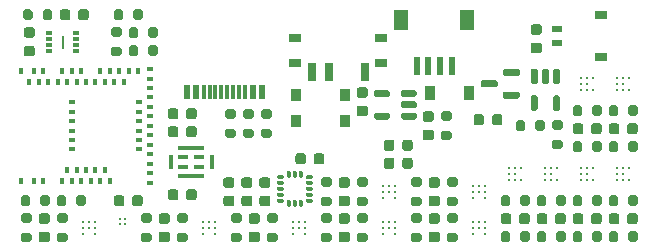
<source format=gtp>
%TF.GenerationSoftware,KiCad,Pcbnew,(5.1.10-1-10_14)*%
%TF.CreationDate,2021-09-19T22:53:24-07:00*%
%TF.ProjectId,umbelt-board,756d6265-6c74-42d6-926f-6172642e6b69,1.0*%
%TF.SameCoordinates,Original*%
%TF.FileFunction,Paste,Top*%
%TF.FilePolarity,Positive*%
%FSLAX46Y46*%
G04 Gerber Fmt 4.6, Leading zero omitted, Abs format (unit mm)*
G04 Created by KiCad (PCBNEW (5.1.10-1-10_14)) date 2021-09-19 22:53:24*
%MOMM*%
%LPD*%
G01*
G04 APERTURE LIST*
%ADD10C,0.010000*%
%ADD11C,0.250000*%
%ADD12R,0.900000X1.200000*%
%ADD13R,0.600000X1.150000*%
%ADD14R,0.300000X1.150000*%
%ADD15R,0.600000X1.550000*%
%ADD16R,1.200000X1.800000*%
%ADD17R,1.100000X0.700000*%
%ADD18R,0.850000X0.600000*%
%ADD19R,0.900000X1.000000*%
%ADD20R,1.000000X0.800000*%
%ADD21R,0.700000X1.500000*%
%ADD22R,0.400000X0.600000*%
%ADD23R,0.600000X0.400000*%
%ADD24R,2.300000X0.325000*%
%ADD25R,0.325000X1.300000*%
%ADD26R,0.950000X0.450000*%
%ADD27R,0.560000X0.350000*%
G04 APERTURE END LIST*
D10*
%TO.C,U4*%
G36*
X134557000Y-109223000D02*
G01*
X134683000Y-109223000D01*
X134683000Y-110233000D01*
X134557000Y-110233000D01*
X134557000Y-109223000D01*
G37*
X134557000Y-109223000D02*
X134683000Y-109223000D01*
X134683000Y-110233000D01*
X134557000Y-110233000D01*
X134557000Y-109223000D01*
%TD*%
D11*
%TO.C,U15*%
X175522000Y-121404000D03*
X176022000Y-121404000D03*
X176522000Y-121404000D03*
X175522000Y-120904000D03*
X176022000Y-120904000D03*
X175522000Y-120404000D03*
X176022000Y-120404000D03*
X176522000Y-120404000D03*
%TD*%
%TO.C,C1*%
G36*
G01*
X149991000Y-122753000D02*
X150491000Y-122753000D01*
G75*
G02*
X150716000Y-122978000I0J-225000D01*
G01*
X150716000Y-123428000D01*
G75*
G02*
X150491000Y-123653000I-225000J0D01*
G01*
X149991000Y-123653000D01*
G75*
G02*
X149766000Y-123428000I0J225000D01*
G01*
X149766000Y-122978000D01*
G75*
G02*
X149991000Y-122753000I225000J0D01*
G01*
G37*
G36*
G01*
X149991000Y-121203000D02*
X150491000Y-121203000D01*
G75*
G02*
X150716000Y-121428000I0J-225000D01*
G01*
X150716000Y-121878000D01*
G75*
G02*
X150491000Y-122103000I-225000J0D01*
G01*
X149991000Y-122103000D01*
G75*
G02*
X149766000Y-121878000I0J225000D01*
G01*
X149766000Y-121428000D01*
G75*
G02*
X149991000Y-121203000I225000J0D01*
G01*
G37*
%TD*%
%TO.C,C2*%
G36*
G01*
X152015000Y-122103000D02*
X151515000Y-122103000D01*
G75*
G02*
X151290000Y-121878000I0J225000D01*
G01*
X151290000Y-121428000D01*
G75*
G02*
X151515000Y-121203000I225000J0D01*
G01*
X152015000Y-121203000D01*
G75*
G02*
X152240000Y-121428000I0J-225000D01*
G01*
X152240000Y-121878000D01*
G75*
G02*
X152015000Y-122103000I-225000J0D01*
G01*
G37*
G36*
G01*
X152015000Y-123653000D02*
X151515000Y-123653000D01*
G75*
G02*
X151290000Y-123428000I0J225000D01*
G01*
X151290000Y-122978000D01*
G75*
G02*
X151515000Y-122753000I225000J0D01*
G01*
X152015000Y-122753000D01*
G75*
G02*
X152240000Y-122978000I0J-225000D01*
G01*
X152240000Y-123428000D01*
G75*
G02*
X152015000Y-123653000I-225000J0D01*
G01*
G37*
%TD*%
%TO.C,C3*%
G36*
G01*
X148467000Y-122753000D02*
X148967000Y-122753000D01*
G75*
G02*
X149192000Y-122978000I0J-225000D01*
G01*
X149192000Y-123428000D01*
G75*
G02*
X148967000Y-123653000I-225000J0D01*
G01*
X148467000Y-123653000D01*
G75*
G02*
X148242000Y-123428000I0J225000D01*
G01*
X148242000Y-122978000D01*
G75*
G02*
X148467000Y-122753000I225000J0D01*
G01*
G37*
G36*
G01*
X148467000Y-121203000D02*
X148967000Y-121203000D01*
G75*
G02*
X149192000Y-121428000I0J-225000D01*
G01*
X149192000Y-121878000D01*
G75*
G02*
X148967000Y-122103000I-225000J0D01*
G01*
X148467000Y-122103000D01*
G75*
G02*
X148242000Y-121878000I0J225000D01*
G01*
X148242000Y-121428000D01*
G75*
G02*
X148467000Y-121203000I225000J0D01*
G01*
G37*
%TD*%
%TO.C,C4*%
G36*
G01*
X155900000Y-119884000D02*
X155900000Y-119384000D01*
G75*
G02*
X156125000Y-119159000I225000J0D01*
G01*
X156575000Y-119159000D01*
G75*
G02*
X156800000Y-119384000I0J-225000D01*
G01*
X156800000Y-119884000D01*
G75*
G02*
X156575000Y-120109000I-225000J0D01*
G01*
X156125000Y-120109000D01*
G75*
G02*
X155900000Y-119884000I0J225000D01*
G01*
G37*
G36*
G01*
X154350000Y-119884000D02*
X154350000Y-119384000D01*
G75*
G02*
X154575000Y-119159000I225000J0D01*
G01*
X155025000Y-119159000D01*
G75*
G02*
X155250000Y-119384000I0J-225000D01*
G01*
X155250000Y-119884000D01*
G75*
G02*
X155025000Y-120109000I-225000J0D01*
G01*
X154575000Y-120109000D01*
G75*
G02*
X154350000Y-119884000I0J225000D01*
G01*
G37*
%TD*%
%TO.C,C5*%
G36*
G01*
X145105000Y-117598000D02*
X145105000Y-117098000D01*
G75*
G02*
X145330000Y-116873000I225000J0D01*
G01*
X145780000Y-116873000D01*
G75*
G02*
X146005000Y-117098000I0J-225000D01*
G01*
X146005000Y-117598000D01*
G75*
G02*
X145780000Y-117823000I-225000J0D01*
G01*
X145330000Y-117823000D01*
G75*
G02*
X145105000Y-117598000I0J225000D01*
G01*
G37*
G36*
G01*
X143555000Y-117598000D02*
X143555000Y-117098000D01*
G75*
G02*
X143780000Y-116873000I225000J0D01*
G01*
X144230000Y-116873000D01*
G75*
G02*
X144455000Y-117098000I0J-225000D01*
G01*
X144455000Y-117598000D01*
G75*
G02*
X144230000Y-117823000I-225000J0D01*
G01*
X143780000Y-117823000D01*
G75*
G02*
X143555000Y-117598000I0J225000D01*
G01*
G37*
%TD*%
%TO.C,C6*%
G36*
G01*
X145105000Y-116074000D02*
X145105000Y-115574000D01*
G75*
G02*
X145330000Y-115349000I225000J0D01*
G01*
X145780000Y-115349000D01*
G75*
G02*
X146005000Y-115574000I0J-225000D01*
G01*
X146005000Y-116074000D01*
G75*
G02*
X145780000Y-116299000I-225000J0D01*
G01*
X145330000Y-116299000D01*
G75*
G02*
X145105000Y-116074000I0J225000D01*
G01*
G37*
G36*
G01*
X143555000Y-116074000D02*
X143555000Y-115574000D01*
G75*
G02*
X143780000Y-115349000I225000J0D01*
G01*
X144230000Y-115349000D01*
G75*
G02*
X144455000Y-115574000I0J-225000D01*
G01*
X144455000Y-116074000D01*
G75*
G02*
X144230000Y-116299000I-225000J0D01*
G01*
X143780000Y-116299000D01*
G75*
G02*
X143555000Y-116074000I0J225000D01*
G01*
G37*
%TD*%
%TO.C,C7*%
G36*
G01*
X145105000Y-122932000D02*
X145105000Y-122432000D01*
G75*
G02*
X145330000Y-122207000I225000J0D01*
G01*
X145780000Y-122207000D01*
G75*
G02*
X146005000Y-122432000I0J-225000D01*
G01*
X146005000Y-122932000D01*
G75*
G02*
X145780000Y-123157000I-225000J0D01*
G01*
X145330000Y-123157000D01*
G75*
G02*
X145105000Y-122932000I0J225000D01*
G01*
G37*
G36*
G01*
X143555000Y-122932000D02*
X143555000Y-122432000D01*
G75*
G02*
X143780000Y-122207000I225000J0D01*
G01*
X144230000Y-122207000D01*
G75*
G02*
X144455000Y-122432000I0J-225000D01*
G01*
X144455000Y-122932000D01*
G75*
G02*
X144230000Y-123157000I-225000J0D01*
G01*
X143780000Y-123157000D01*
G75*
G02*
X143555000Y-122932000I0J225000D01*
G01*
G37*
%TD*%
%TO.C,C8*%
G36*
G01*
X135311000Y-107192000D02*
X135311000Y-107692000D01*
G75*
G02*
X135086000Y-107917000I-225000J0D01*
G01*
X134636000Y-107917000D01*
G75*
G02*
X134411000Y-107692000I0J225000D01*
G01*
X134411000Y-107192000D01*
G75*
G02*
X134636000Y-106967000I225000J0D01*
G01*
X135086000Y-106967000D01*
G75*
G02*
X135311000Y-107192000I0J-225000D01*
G01*
G37*
G36*
G01*
X136861000Y-107192000D02*
X136861000Y-107692000D01*
G75*
G02*
X136636000Y-107917000I-225000J0D01*
G01*
X136186000Y-107917000D01*
G75*
G02*
X135961000Y-107692000I0J225000D01*
G01*
X135961000Y-107192000D01*
G75*
G02*
X136186000Y-106967000I225000J0D01*
G01*
X136636000Y-106967000D01*
G75*
G02*
X136861000Y-107192000I0J-225000D01*
G01*
G37*
%TD*%
%TO.C,C9*%
G36*
G01*
X140533000Y-123440000D02*
X140533000Y-122940000D01*
G75*
G02*
X140758000Y-122715000I225000J0D01*
G01*
X141208000Y-122715000D01*
G75*
G02*
X141433000Y-122940000I0J-225000D01*
G01*
X141433000Y-123440000D01*
G75*
G02*
X141208000Y-123665000I-225000J0D01*
G01*
X140758000Y-123665000D01*
G75*
G02*
X140533000Y-123440000I0J225000D01*
G01*
G37*
G36*
G01*
X138983000Y-123440000D02*
X138983000Y-122940000D01*
G75*
G02*
X139208000Y-122715000I225000J0D01*
G01*
X139658000Y-122715000D01*
G75*
G02*
X139883000Y-122940000I0J-225000D01*
G01*
X139883000Y-123440000D01*
G75*
G02*
X139658000Y-123665000I-225000J0D01*
G01*
X139208000Y-123665000D01*
G75*
G02*
X138983000Y-123440000I0J225000D01*
G01*
G37*
%TD*%
%TO.C,C10*%
G36*
G01*
X174502000Y-109799000D02*
X175002000Y-109799000D01*
G75*
G02*
X175227000Y-110024000I0J-225000D01*
G01*
X175227000Y-110474000D01*
G75*
G02*
X175002000Y-110699000I-225000J0D01*
G01*
X174502000Y-110699000D01*
G75*
G02*
X174277000Y-110474000I0J225000D01*
G01*
X174277000Y-110024000D01*
G75*
G02*
X174502000Y-109799000I225000J0D01*
G01*
G37*
G36*
G01*
X174502000Y-108249000D02*
X175002000Y-108249000D01*
G75*
G02*
X175227000Y-108474000I0J-225000D01*
G01*
X175227000Y-108924000D01*
G75*
G02*
X175002000Y-109149000I-225000J0D01*
G01*
X174502000Y-109149000D01*
G75*
G02*
X174277000Y-108924000I0J225000D01*
G01*
X174277000Y-108474000D01*
G75*
G02*
X174502000Y-108249000I225000J0D01*
G01*
G37*
%TD*%
%TO.C,C11*%
G36*
G01*
X160270000Y-114483000D02*
X159770000Y-114483000D01*
G75*
G02*
X159545000Y-114258000I0J225000D01*
G01*
X159545000Y-113808000D01*
G75*
G02*
X159770000Y-113583000I225000J0D01*
G01*
X160270000Y-113583000D01*
G75*
G02*
X160495000Y-113808000I0J-225000D01*
G01*
X160495000Y-114258000D01*
G75*
G02*
X160270000Y-114483000I-225000J0D01*
G01*
G37*
G36*
G01*
X160270000Y-116033000D02*
X159770000Y-116033000D01*
G75*
G02*
X159545000Y-115808000I0J225000D01*
G01*
X159545000Y-115358000D01*
G75*
G02*
X159770000Y-115133000I225000J0D01*
G01*
X160270000Y-115133000D01*
G75*
G02*
X160495000Y-115358000I0J-225000D01*
G01*
X160495000Y-115808000D01*
G75*
G02*
X160270000Y-116033000I-225000J0D01*
G01*
G37*
%TD*%
%TO.C,C12*%
G36*
G01*
X165358000Y-117165000D02*
X165858000Y-117165000D01*
G75*
G02*
X166083000Y-117390000I0J-225000D01*
G01*
X166083000Y-117840000D01*
G75*
G02*
X165858000Y-118065000I-225000J0D01*
G01*
X165358000Y-118065000D01*
G75*
G02*
X165133000Y-117840000I0J225000D01*
G01*
X165133000Y-117390000D01*
G75*
G02*
X165358000Y-117165000I225000J0D01*
G01*
G37*
G36*
G01*
X165358000Y-115615000D02*
X165858000Y-115615000D01*
G75*
G02*
X166083000Y-115840000I0J-225000D01*
G01*
X166083000Y-116290000D01*
G75*
G02*
X165858000Y-116515000I-225000J0D01*
G01*
X165358000Y-116515000D01*
G75*
G02*
X165133000Y-116290000I0J225000D01*
G01*
X165133000Y-115840000D01*
G75*
G02*
X165358000Y-115615000I225000J0D01*
G01*
G37*
%TD*%
%TO.C,C13*%
G36*
G01*
X162743000Y-118241000D02*
X162743000Y-118741000D01*
G75*
G02*
X162518000Y-118966000I-225000J0D01*
G01*
X162068000Y-118966000D01*
G75*
G02*
X161843000Y-118741000I0J225000D01*
G01*
X161843000Y-118241000D01*
G75*
G02*
X162068000Y-118016000I225000J0D01*
G01*
X162518000Y-118016000D01*
G75*
G02*
X162743000Y-118241000I0J-225000D01*
G01*
G37*
G36*
G01*
X164293000Y-118241000D02*
X164293000Y-118741000D01*
G75*
G02*
X164068000Y-118966000I-225000J0D01*
G01*
X163618000Y-118966000D01*
G75*
G02*
X163393000Y-118741000I0J225000D01*
G01*
X163393000Y-118241000D01*
G75*
G02*
X163618000Y-118016000I225000J0D01*
G01*
X164068000Y-118016000D01*
G75*
G02*
X164293000Y-118241000I0J-225000D01*
G01*
G37*
%TD*%
%TO.C,C14*%
G36*
G01*
X162743000Y-119765000D02*
X162743000Y-120265000D01*
G75*
G02*
X162518000Y-120490000I-225000J0D01*
G01*
X162068000Y-120490000D01*
G75*
G02*
X161843000Y-120265000I0J225000D01*
G01*
X161843000Y-119765000D01*
G75*
G02*
X162068000Y-119540000I225000J0D01*
G01*
X162518000Y-119540000D01*
G75*
G02*
X162743000Y-119765000I0J-225000D01*
G01*
G37*
G36*
G01*
X164293000Y-119765000D02*
X164293000Y-120265000D01*
G75*
G02*
X164068000Y-120490000I-225000J0D01*
G01*
X163618000Y-120490000D01*
G75*
G02*
X163393000Y-120265000I0J225000D01*
G01*
X163393000Y-119765000D01*
G75*
G02*
X163618000Y-119540000I225000J0D01*
G01*
X164068000Y-119540000D01*
G75*
G02*
X164293000Y-119765000I0J-225000D01*
G01*
G37*
%TD*%
%TO.C,C15*%
G36*
G01*
X143506000Y-125151000D02*
X143006000Y-125151000D01*
G75*
G02*
X142781000Y-124926000I0J225000D01*
G01*
X142781000Y-124476000D01*
G75*
G02*
X143006000Y-124251000I225000J0D01*
G01*
X143506000Y-124251000D01*
G75*
G02*
X143731000Y-124476000I0J-225000D01*
G01*
X143731000Y-124926000D01*
G75*
G02*
X143506000Y-125151000I-225000J0D01*
G01*
G37*
G36*
G01*
X143506000Y-126701000D02*
X143006000Y-126701000D01*
G75*
G02*
X142781000Y-126476000I0J225000D01*
G01*
X142781000Y-126026000D01*
G75*
G02*
X143006000Y-125801000I225000J0D01*
G01*
X143506000Y-125801000D01*
G75*
G02*
X143731000Y-126026000I0J-225000D01*
G01*
X143731000Y-126476000D01*
G75*
G02*
X143506000Y-126701000I-225000J0D01*
G01*
G37*
%TD*%
%TO.C,C16*%
G36*
G01*
X151126000Y-125151000D02*
X150626000Y-125151000D01*
G75*
G02*
X150401000Y-124926000I0J225000D01*
G01*
X150401000Y-124476000D01*
G75*
G02*
X150626000Y-124251000I225000J0D01*
G01*
X151126000Y-124251000D01*
G75*
G02*
X151351000Y-124476000I0J-225000D01*
G01*
X151351000Y-124926000D01*
G75*
G02*
X151126000Y-125151000I-225000J0D01*
G01*
G37*
G36*
G01*
X151126000Y-126701000D02*
X150626000Y-126701000D01*
G75*
G02*
X150401000Y-126476000I0J225000D01*
G01*
X150401000Y-126026000D01*
G75*
G02*
X150626000Y-125801000I225000J0D01*
G01*
X151126000Y-125801000D01*
G75*
G02*
X151351000Y-126026000I0J-225000D01*
G01*
X151351000Y-126476000D01*
G75*
G02*
X151126000Y-126701000I-225000J0D01*
G01*
G37*
%TD*%
%TO.C,C17*%
G36*
G01*
X158746000Y-125151000D02*
X158246000Y-125151000D01*
G75*
G02*
X158021000Y-124926000I0J225000D01*
G01*
X158021000Y-124476000D01*
G75*
G02*
X158246000Y-124251000I225000J0D01*
G01*
X158746000Y-124251000D01*
G75*
G02*
X158971000Y-124476000I0J-225000D01*
G01*
X158971000Y-124926000D01*
G75*
G02*
X158746000Y-125151000I-225000J0D01*
G01*
G37*
G36*
G01*
X158746000Y-126701000D02*
X158246000Y-126701000D01*
G75*
G02*
X158021000Y-126476000I0J225000D01*
G01*
X158021000Y-126026000D01*
G75*
G02*
X158246000Y-125801000I225000J0D01*
G01*
X158746000Y-125801000D01*
G75*
G02*
X158971000Y-126026000I0J-225000D01*
G01*
X158971000Y-126476000D01*
G75*
G02*
X158746000Y-126701000I-225000J0D01*
G01*
G37*
%TD*%
%TO.C,C18*%
G36*
G01*
X158746000Y-122103000D02*
X158246000Y-122103000D01*
G75*
G02*
X158021000Y-121878000I0J225000D01*
G01*
X158021000Y-121428000D01*
G75*
G02*
X158246000Y-121203000I225000J0D01*
G01*
X158746000Y-121203000D01*
G75*
G02*
X158971000Y-121428000I0J-225000D01*
G01*
X158971000Y-121878000D01*
G75*
G02*
X158746000Y-122103000I-225000J0D01*
G01*
G37*
G36*
G01*
X158746000Y-123653000D02*
X158246000Y-123653000D01*
G75*
G02*
X158021000Y-123428000I0J225000D01*
G01*
X158021000Y-122978000D01*
G75*
G02*
X158246000Y-122753000I225000J0D01*
G01*
X158746000Y-122753000D01*
G75*
G02*
X158971000Y-122978000I0J-225000D01*
G01*
X158971000Y-123428000D01*
G75*
G02*
X158746000Y-123653000I-225000J0D01*
G01*
G37*
%TD*%
%TO.C,C19*%
G36*
G01*
X166366000Y-125151000D02*
X165866000Y-125151000D01*
G75*
G02*
X165641000Y-124926000I0J225000D01*
G01*
X165641000Y-124476000D01*
G75*
G02*
X165866000Y-124251000I225000J0D01*
G01*
X166366000Y-124251000D01*
G75*
G02*
X166591000Y-124476000I0J-225000D01*
G01*
X166591000Y-124926000D01*
G75*
G02*
X166366000Y-125151000I-225000J0D01*
G01*
G37*
G36*
G01*
X166366000Y-126701000D02*
X165866000Y-126701000D01*
G75*
G02*
X165641000Y-126476000I0J225000D01*
G01*
X165641000Y-126026000D01*
G75*
G02*
X165866000Y-125801000I225000J0D01*
G01*
X166366000Y-125801000D01*
G75*
G02*
X166591000Y-126026000I0J-225000D01*
G01*
X166591000Y-126476000D01*
G75*
G02*
X166366000Y-126701000I-225000J0D01*
G01*
G37*
%TD*%
%TO.C,C20*%
G36*
G01*
X166366000Y-122103000D02*
X165866000Y-122103000D01*
G75*
G02*
X165641000Y-121878000I0J225000D01*
G01*
X165641000Y-121428000D01*
G75*
G02*
X165866000Y-121203000I225000J0D01*
G01*
X166366000Y-121203000D01*
G75*
G02*
X166591000Y-121428000I0J-225000D01*
G01*
X166591000Y-121878000D01*
G75*
G02*
X166366000Y-122103000I-225000J0D01*
G01*
G37*
G36*
G01*
X166366000Y-123653000D02*
X165866000Y-123653000D01*
G75*
G02*
X165641000Y-123428000I0J225000D01*
G01*
X165641000Y-122978000D01*
G75*
G02*
X165866000Y-122753000I225000J0D01*
G01*
X166366000Y-122753000D01*
G75*
G02*
X166591000Y-122978000I0J-225000D01*
G01*
X166591000Y-123428000D01*
G75*
G02*
X166366000Y-123653000I-225000J0D01*
G01*
G37*
%TD*%
%TO.C,C21*%
G36*
G01*
X172649000Y-124464000D02*
X172649000Y-124964000D01*
G75*
G02*
X172424000Y-125189000I-225000J0D01*
G01*
X171974000Y-125189000D01*
G75*
G02*
X171749000Y-124964000I0J225000D01*
G01*
X171749000Y-124464000D01*
G75*
G02*
X171974000Y-124239000I225000J0D01*
G01*
X172424000Y-124239000D01*
G75*
G02*
X172649000Y-124464000I0J-225000D01*
G01*
G37*
G36*
G01*
X174199000Y-124464000D02*
X174199000Y-124964000D01*
G75*
G02*
X173974000Y-125189000I-225000J0D01*
G01*
X173524000Y-125189000D01*
G75*
G02*
X173299000Y-124964000I0J225000D01*
G01*
X173299000Y-124464000D01*
G75*
G02*
X173524000Y-124239000I225000J0D01*
G01*
X173974000Y-124239000D01*
G75*
G02*
X174199000Y-124464000I0J-225000D01*
G01*
G37*
%TD*%
%TO.C,C22*%
G36*
G01*
X175697000Y-124464000D02*
X175697000Y-124964000D01*
G75*
G02*
X175472000Y-125189000I-225000J0D01*
G01*
X175022000Y-125189000D01*
G75*
G02*
X174797000Y-124964000I0J225000D01*
G01*
X174797000Y-124464000D01*
G75*
G02*
X175022000Y-124239000I225000J0D01*
G01*
X175472000Y-124239000D01*
G75*
G02*
X175697000Y-124464000I0J-225000D01*
G01*
G37*
G36*
G01*
X177247000Y-124464000D02*
X177247000Y-124964000D01*
G75*
G02*
X177022000Y-125189000I-225000J0D01*
G01*
X176572000Y-125189000D01*
G75*
G02*
X176347000Y-124964000I0J225000D01*
G01*
X176347000Y-124464000D01*
G75*
G02*
X176572000Y-124239000I225000J0D01*
G01*
X177022000Y-124239000D01*
G75*
G02*
X177247000Y-124464000I0J-225000D01*
G01*
G37*
%TD*%
%TO.C,C23*%
G36*
G01*
X178745000Y-124464000D02*
X178745000Y-124964000D01*
G75*
G02*
X178520000Y-125189000I-225000J0D01*
G01*
X178070000Y-125189000D01*
G75*
G02*
X177845000Y-124964000I0J225000D01*
G01*
X177845000Y-124464000D01*
G75*
G02*
X178070000Y-124239000I225000J0D01*
G01*
X178520000Y-124239000D01*
G75*
G02*
X178745000Y-124464000I0J-225000D01*
G01*
G37*
G36*
G01*
X180295000Y-124464000D02*
X180295000Y-124964000D01*
G75*
G02*
X180070000Y-125189000I-225000J0D01*
G01*
X179620000Y-125189000D01*
G75*
G02*
X179395000Y-124964000I0J225000D01*
G01*
X179395000Y-124464000D01*
G75*
G02*
X179620000Y-124239000I225000J0D01*
G01*
X180070000Y-124239000D01*
G75*
G02*
X180295000Y-124464000I0J-225000D01*
G01*
G37*
%TD*%
%TO.C,C24*%
G36*
G01*
X181793000Y-124464000D02*
X181793000Y-124964000D01*
G75*
G02*
X181568000Y-125189000I-225000J0D01*
G01*
X181118000Y-125189000D01*
G75*
G02*
X180893000Y-124964000I0J225000D01*
G01*
X180893000Y-124464000D01*
G75*
G02*
X181118000Y-124239000I225000J0D01*
G01*
X181568000Y-124239000D01*
G75*
G02*
X181793000Y-124464000I0J-225000D01*
G01*
G37*
G36*
G01*
X183343000Y-124464000D02*
X183343000Y-124964000D01*
G75*
G02*
X183118000Y-125189000I-225000J0D01*
G01*
X182668000Y-125189000D01*
G75*
G02*
X182443000Y-124964000I0J225000D01*
G01*
X182443000Y-124464000D01*
G75*
G02*
X182668000Y-124239000I225000J0D01*
G01*
X183118000Y-124239000D01*
G75*
G02*
X183343000Y-124464000I0J-225000D01*
G01*
G37*
%TD*%
%TO.C,C25*%
G36*
G01*
X178745000Y-116844000D02*
X178745000Y-117344000D01*
G75*
G02*
X178520000Y-117569000I-225000J0D01*
G01*
X178070000Y-117569000D01*
G75*
G02*
X177845000Y-117344000I0J225000D01*
G01*
X177845000Y-116844000D01*
G75*
G02*
X178070000Y-116619000I225000J0D01*
G01*
X178520000Y-116619000D01*
G75*
G02*
X178745000Y-116844000I0J-225000D01*
G01*
G37*
G36*
G01*
X180295000Y-116844000D02*
X180295000Y-117344000D01*
G75*
G02*
X180070000Y-117569000I-225000J0D01*
G01*
X179620000Y-117569000D01*
G75*
G02*
X179395000Y-117344000I0J225000D01*
G01*
X179395000Y-116844000D01*
G75*
G02*
X179620000Y-116619000I225000J0D01*
G01*
X180070000Y-116619000D01*
G75*
G02*
X180295000Y-116844000I0J-225000D01*
G01*
G37*
%TD*%
%TO.C,C26*%
G36*
G01*
X181793000Y-116844000D02*
X181793000Y-117344000D01*
G75*
G02*
X181568000Y-117569000I-225000J0D01*
G01*
X181118000Y-117569000D01*
G75*
G02*
X180893000Y-117344000I0J225000D01*
G01*
X180893000Y-116844000D01*
G75*
G02*
X181118000Y-116619000I225000J0D01*
G01*
X181568000Y-116619000D01*
G75*
G02*
X181793000Y-116844000I0J-225000D01*
G01*
G37*
G36*
G01*
X183343000Y-116844000D02*
X183343000Y-117344000D01*
G75*
G02*
X183118000Y-117569000I-225000J0D01*
G01*
X182668000Y-117569000D01*
G75*
G02*
X182443000Y-117344000I0J225000D01*
G01*
X182443000Y-116844000D01*
G75*
G02*
X182668000Y-116619000I225000J0D01*
G01*
X183118000Y-116619000D01*
G75*
G02*
X183343000Y-116844000I0J-225000D01*
G01*
G37*
%TD*%
%TO.C,C27*%
G36*
G01*
X133346000Y-125151000D02*
X132846000Y-125151000D01*
G75*
G02*
X132621000Y-124926000I0J225000D01*
G01*
X132621000Y-124476000D01*
G75*
G02*
X132846000Y-124251000I225000J0D01*
G01*
X133346000Y-124251000D01*
G75*
G02*
X133571000Y-124476000I0J-225000D01*
G01*
X133571000Y-124926000D01*
G75*
G02*
X133346000Y-125151000I-225000J0D01*
G01*
G37*
G36*
G01*
X133346000Y-126701000D02*
X132846000Y-126701000D01*
G75*
G02*
X132621000Y-126476000I0J225000D01*
G01*
X132621000Y-126026000D01*
G75*
G02*
X132846000Y-125801000I225000J0D01*
G01*
X133346000Y-125801000D01*
G75*
G02*
X133571000Y-126026000I0J-225000D01*
G01*
X133571000Y-126476000D01*
G75*
G02*
X133346000Y-126701000I-225000J0D01*
G01*
G37*
%TD*%
%TO.C,D1*%
G36*
G01*
X131569750Y-110078000D02*
X132082250Y-110078000D01*
G75*
G02*
X132301000Y-110296750I0J-218750D01*
G01*
X132301000Y-110734250D01*
G75*
G02*
X132082250Y-110953000I-218750J0D01*
G01*
X131569750Y-110953000D01*
G75*
G02*
X131351000Y-110734250I0J218750D01*
G01*
X131351000Y-110296750D01*
G75*
G02*
X131569750Y-110078000I218750J0D01*
G01*
G37*
G36*
G01*
X131569750Y-108503000D02*
X132082250Y-108503000D01*
G75*
G02*
X132301000Y-108721750I0J-218750D01*
G01*
X132301000Y-109159250D01*
G75*
G02*
X132082250Y-109378000I-218750J0D01*
G01*
X131569750Y-109378000D01*
G75*
G02*
X131351000Y-109159250I0J218750D01*
G01*
X131351000Y-108721750D01*
G75*
G02*
X131569750Y-108503000I218750J0D01*
G01*
G37*
%TD*%
D12*
%TO.C,D2*%
X165736000Y-114046000D03*
X169036000Y-114046000D03*
%TD*%
%TO.C,D3*%
G36*
G01*
X170312500Y-116075750D02*
X170312500Y-116588250D01*
G75*
G02*
X170093750Y-116807000I-218750J0D01*
G01*
X169656250Y-116807000D01*
G75*
G02*
X169437500Y-116588250I0J218750D01*
G01*
X169437500Y-116075750D01*
G75*
G02*
X169656250Y-115857000I218750J0D01*
G01*
X170093750Y-115857000D01*
G75*
G02*
X170312500Y-116075750I0J-218750D01*
G01*
G37*
G36*
G01*
X171887500Y-116075750D02*
X171887500Y-116588250D01*
G75*
G02*
X171668750Y-116807000I-218750J0D01*
G01*
X171231250Y-116807000D01*
G75*
G02*
X171012500Y-116588250I0J218750D01*
G01*
X171012500Y-116075750D01*
G75*
G02*
X171231250Y-115857000I218750J0D01*
G01*
X171668750Y-115857000D01*
G75*
G02*
X171887500Y-116075750I0J-218750D01*
G01*
G37*
%TD*%
D13*
%TO.C,J1*%
X145136000Y-113975000D03*
X145936000Y-113975000D03*
X150736000Y-113975000D03*
X151536000Y-113975000D03*
D14*
X150086000Y-113975000D03*
X149586000Y-113975000D03*
X149086000Y-113975000D03*
X146586000Y-113975000D03*
X147086000Y-113975000D03*
X147586000Y-113975000D03*
X148586000Y-113975000D03*
X148086000Y-113975000D03*
D13*
X145936000Y-113975000D03*
X150736000Y-113975000D03*
X145136000Y-113975000D03*
X151536000Y-113975000D03*
%TD*%
D15*
%TO.C,J3*%
X164616000Y-111760000D03*
X165616000Y-111760000D03*
X166616000Y-111760000D03*
X167616000Y-111760000D03*
D16*
X168916000Y-107885000D03*
X163316000Y-107885000D03*
%TD*%
D17*
%TO.C,J5*%
X180233000Y-107470000D03*
X180233000Y-110970000D03*
D18*
X176508000Y-108620000D03*
X176508000Y-109820000D03*
%TD*%
%TO.C,Q1*%
G36*
G01*
X171504000Y-113134000D02*
X171504000Y-113434000D01*
G75*
G02*
X171354000Y-113584000I-150000J0D01*
G01*
X170179000Y-113584000D01*
G75*
G02*
X170029000Y-113434000I0J150000D01*
G01*
X170029000Y-113134000D01*
G75*
G02*
X170179000Y-112984000I150000J0D01*
G01*
X171354000Y-112984000D01*
G75*
G02*
X171504000Y-113134000I0J-150000D01*
G01*
G37*
G36*
G01*
X173379000Y-112184000D02*
X173379000Y-112484000D01*
G75*
G02*
X173229000Y-112634000I-150000J0D01*
G01*
X172054000Y-112634000D01*
G75*
G02*
X171904000Y-112484000I0J150000D01*
G01*
X171904000Y-112184000D01*
G75*
G02*
X172054000Y-112034000I150000J0D01*
G01*
X173229000Y-112034000D01*
G75*
G02*
X173379000Y-112184000I0J-150000D01*
G01*
G37*
G36*
G01*
X173379000Y-114084000D02*
X173379000Y-114384000D01*
G75*
G02*
X173229000Y-114534000I-150000J0D01*
G01*
X172054000Y-114534000D01*
G75*
G02*
X171904000Y-114384000I0J150000D01*
G01*
X171904000Y-114084000D01*
G75*
G02*
X172054000Y-113934000I150000J0D01*
G01*
X173229000Y-113934000D01*
G75*
G02*
X173379000Y-114084000I0J-150000D01*
G01*
G37*
%TD*%
%TO.C,R1*%
G36*
G01*
X150093000Y-117074000D02*
X150643000Y-117074000D01*
G75*
G02*
X150843000Y-117274000I0J-200000D01*
G01*
X150843000Y-117674000D01*
G75*
G02*
X150643000Y-117874000I-200000J0D01*
G01*
X150093000Y-117874000D01*
G75*
G02*
X149893000Y-117674000I0J200000D01*
G01*
X149893000Y-117274000D01*
G75*
G02*
X150093000Y-117074000I200000J0D01*
G01*
G37*
G36*
G01*
X150093000Y-115424000D02*
X150643000Y-115424000D01*
G75*
G02*
X150843000Y-115624000I0J-200000D01*
G01*
X150843000Y-116024000D01*
G75*
G02*
X150643000Y-116224000I-200000J0D01*
G01*
X150093000Y-116224000D01*
G75*
G02*
X149893000Y-116024000I0J200000D01*
G01*
X149893000Y-115624000D01*
G75*
G02*
X150093000Y-115424000I200000J0D01*
G01*
G37*
%TD*%
%TO.C,R2*%
G36*
G01*
X148569000Y-117074000D02*
X149119000Y-117074000D01*
G75*
G02*
X149319000Y-117274000I0J-200000D01*
G01*
X149319000Y-117674000D01*
G75*
G02*
X149119000Y-117874000I-200000J0D01*
G01*
X148569000Y-117874000D01*
G75*
G02*
X148369000Y-117674000I0J200000D01*
G01*
X148369000Y-117274000D01*
G75*
G02*
X148569000Y-117074000I200000J0D01*
G01*
G37*
G36*
G01*
X148569000Y-115424000D02*
X149119000Y-115424000D01*
G75*
G02*
X149319000Y-115624000I0J-200000D01*
G01*
X149319000Y-116024000D01*
G75*
G02*
X149119000Y-116224000I-200000J0D01*
G01*
X148569000Y-116224000D01*
G75*
G02*
X148369000Y-116024000I0J200000D01*
G01*
X148369000Y-115624000D01*
G75*
G02*
X148569000Y-115424000I200000J0D01*
G01*
G37*
%TD*%
%TO.C,R3*%
G36*
G01*
X141053000Y-108691000D02*
X141053000Y-109241000D01*
G75*
G02*
X140853000Y-109441000I-200000J0D01*
G01*
X140453000Y-109441000D01*
G75*
G02*
X140253000Y-109241000I0J200000D01*
G01*
X140253000Y-108691000D01*
G75*
G02*
X140453000Y-108491000I200000J0D01*
G01*
X140853000Y-108491000D01*
G75*
G02*
X141053000Y-108691000I0J-200000D01*
G01*
G37*
G36*
G01*
X142703000Y-108691000D02*
X142703000Y-109241000D01*
G75*
G02*
X142503000Y-109441000I-200000J0D01*
G01*
X142103000Y-109441000D01*
G75*
G02*
X141903000Y-109241000I0J200000D01*
G01*
X141903000Y-108691000D01*
G75*
G02*
X142103000Y-108491000I200000J0D01*
G01*
X142503000Y-108491000D01*
G75*
G02*
X142703000Y-108691000I0J-200000D01*
G01*
G37*
%TD*%
%TO.C,R4*%
G36*
G01*
X141053000Y-110215000D02*
X141053000Y-110765000D01*
G75*
G02*
X140853000Y-110965000I-200000J0D01*
G01*
X140453000Y-110965000D01*
G75*
G02*
X140253000Y-110765000I0J200000D01*
G01*
X140253000Y-110215000D01*
G75*
G02*
X140453000Y-110015000I200000J0D01*
G01*
X140853000Y-110015000D01*
G75*
G02*
X141053000Y-110215000I0J-200000D01*
G01*
G37*
G36*
G01*
X142703000Y-110215000D02*
X142703000Y-110765000D01*
G75*
G02*
X142503000Y-110965000I-200000J0D01*
G01*
X142103000Y-110965000D01*
G75*
G02*
X141903000Y-110765000I0J200000D01*
G01*
X141903000Y-110215000D01*
G75*
G02*
X142103000Y-110015000I200000J0D01*
G01*
X142503000Y-110015000D01*
G75*
G02*
X142703000Y-110215000I0J-200000D01*
G01*
G37*
%TD*%
%TO.C,R5*%
G36*
G01*
X132950000Y-107717000D02*
X132950000Y-107167000D01*
G75*
G02*
X133150000Y-106967000I200000J0D01*
G01*
X133550000Y-106967000D01*
G75*
G02*
X133750000Y-107167000I0J-200000D01*
G01*
X133750000Y-107717000D01*
G75*
G02*
X133550000Y-107917000I-200000J0D01*
G01*
X133150000Y-107917000D01*
G75*
G02*
X132950000Y-107717000I0J200000D01*
G01*
G37*
G36*
G01*
X131300000Y-107717000D02*
X131300000Y-107167000D01*
G75*
G02*
X131500000Y-106967000I200000J0D01*
G01*
X131900000Y-106967000D01*
G75*
G02*
X132100000Y-107167000I0J-200000D01*
G01*
X132100000Y-107717000D01*
G75*
G02*
X131900000Y-107917000I-200000J0D01*
G01*
X131500000Y-107917000D01*
G75*
G02*
X131300000Y-107717000I0J200000D01*
G01*
G37*
%TD*%
%TO.C,R6*%
G36*
G01*
X134957000Y-122915000D02*
X134957000Y-123465000D01*
G75*
G02*
X134757000Y-123665000I-200000J0D01*
G01*
X134357000Y-123665000D01*
G75*
G02*
X134157000Y-123465000I0J200000D01*
G01*
X134157000Y-122915000D01*
G75*
G02*
X134357000Y-122715000I200000J0D01*
G01*
X134757000Y-122715000D01*
G75*
G02*
X134957000Y-122915000I0J-200000D01*
G01*
G37*
G36*
G01*
X136607000Y-122915000D02*
X136607000Y-123465000D01*
G75*
G02*
X136407000Y-123665000I-200000J0D01*
G01*
X136007000Y-123665000D01*
G75*
G02*
X135807000Y-123465000I0J200000D01*
G01*
X135807000Y-122915000D01*
G75*
G02*
X136007000Y-122715000I200000J0D01*
G01*
X136407000Y-122715000D01*
G75*
G02*
X136607000Y-122915000I0J-200000D01*
G01*
G37*
%TD*%
%TO.C,R7*%
G36*
G01*
X131909000Y-122915000D02*
X131909000Y-123465000D01*
G75*
G02*
X131709000Y-123665000I-200000J0D01*
G01*
X131309000Y-123665000D01*
G75*
G02*
X131109000Y-123465000I0J200000D01*
G01*
X131109000Y-122915000D01*
G75*
G02*
X131309000Y-122715000I200000J0D01*
G01*
X131709000Y-122715000D01*
G75*
G02*
X131909000Y-122915000I0J-200000D01*
G01*
G37*
G36*
G01*
X133559000Y-122915000D02*
X133559000Y-123465000D01*
G75*
G02*
X133359000Y-123665000I-200000J0D01*
G01*
X132959000Y-123665000D01*
G75*
G02*
X132759000Y-123465000I0J200000D01*
G01*
X132759000Y-122915000D01*
G75*
G02*
X132959000Y-122715000I200000J0D01*
G01*
X133359000Y-122715000D01*
G75*
G02*
X133559000Y-122915000I0J-200000D01*
G01*
G37*
%TD*%
%TO.C,R8*%
G36*
G01*
X138917000Y-110153000D02*
X139467000Y-110153000D01*
G75*
G02*
X139667000Y-110353000I0J-200000D01*
G01*
X139667000Y-110753000D01*
G75*
G02*
X139467000Y-110953000I-200000J0D01*
G01*
X138917000Y-110953000D01*
G75*
G02*
X138717000Y-110753000I0J200000D01*
G01*
X138717000Y-110353000D01*
G75*
G02*
X138917000Y-110153000I200000J0D01*
G01*
G37*
G36*
G01*
X138917000Y-108503000D02*
X139467000Y-108503000D01*
G75*
G02*
X139667000Y-108703000I0J-200000D01*
G01*
X139667000Y-109103000D01*
G75*
G02*
X139467000Y-109303000I-200000J0D01*
G01*
X138917000Y-109303000D01*
G75*
G02*
X138717000Y-109103000I0J200000D01*
G01*
X138717000Y-108703000D01*
G75*
G02*
X138917000Y-108503000I200000J0D01*
G01*
G37*
%TD*%
%TO.C,R9*%
G36*
G01*
X140633000Y-107717000D02*
X140633000Y-107167000D01*
G75*
G02*
X140833000Y-106967000I200000J0D01*
G01*
X141233000Y-106967000D01*
G75*
G02*
X141433000Y-107167000I0J-200000D01*
G01*
X141433000Y-107717000D01*
G75*
G02*
X141233000Y-107917000I-200000J0D01*
G01*
X140833000Y-107917000D01*
G75*
G02*
X140633000Y-107717000I0J200000D01*
G01*
G37*
G36*
G01*
X138983000Y-107717000D02*
X138983000Y-107167000D01*
G75*
G02*
X139183000Y-106967000I200000J0D01*
G01*
X139583000Y-106967000D01*
G75*
G02*
X139783000Y-107167000I0J-200000D01*
G01*
X139783000Y-107717000D01*
G75*
G02*
X139583000Y-107917000I-200000J0D01*
G01*
X139183000Y-107917000D01*
G75*
G02*
X138983000Y-107717000I0J200000D01*
G01*
G37*
%TD*%
%TO.C,R10*%
G36*
G01*
X167407000Y-116415000D02*
X166857000Y-116415000D01*
G75*
G02*
X166657000Y-116215000I0J200000D01*
G01*
X166657000Y-115815000D01*
G75*
G02*
X166857000Y-115615000I200000J0D01*
G01*
X167407000Y-115615000D01*
G75*
G02*
X167607000Y-115815000I0J-200000D01*
G01*
X167607000Y-116215000D01*
G75*
G02*
X167407000Y-116415000I-200000J0D01*
G01*
G37*
G36*
G01*
X167407000Y-118065000D02*
X166857000Y-118065000D01*
G75*
G02*
X166657000Y-117865000I0J200000D01*
G01*
X166657000Y-117465000D01*
G75*
G02*
X166857000Y-117265000I200000J0D01*
G01*
X167407000Y-117265000D01*
G75*
G02*
X167607000Y-117465000I0J-200000D01*
G01*
X167607000Y-117865000D01*
G75*
G02*
X167407000Y-118065000I-200000J0D01*
G01*
G37*
%TD*%
%TO.C,R11*%
G36*
G01*
X174669000Y-117115000D02*
X174669000Y-116565000D01*
G75*
G02*
X174869000Y-116365000I200000J0D01*
G01*
X175269000Y-116365000D01*
G75*
G02*
X175469000Y-116565000I0J-200000D01*
G01*
X175469000Y-117115000D01*
G75*
G02*
X175269000Y-117315000I-200000J0D01*
G01*
X174869000Y-117315000D01*
G75*
G02*
X174669000Y-117115000I0J200000D01*
G01*
G37*
G36*
G01*
X173019000Y-117115000D02*
X173019000Y-116565000D01*
G75*
G02*
X173219000Y-116365000I200000J0D01*
G01*
X173619000Y-116365000D01*
G75*
G02*
X173819000Y-116565000I0J-200000D01*
G01*
X173819000Y-117115000D01*
G75*
G02*
X173619000Y-117315000I-200000J0D01*
G01*
X173219000Y-117315000D01*
G75*
G02*
X173019000Y-117115000I0J200000D01*
G01*
G37*
%TD*%
%TO.C,R12*%
G36*
G01*
X176255000Y-118027000D02*
X176805000Y-118027000D01*
G75*
G02*
X177005000Y-118227000I0J-200000D01*
G01*
X177005000Y-118627000D01*
G75*
G02*
X176805000Y-118827000I-200000J0D01*
G01*
X176255000Y-118827000D01*
G75*
G02*
X176055000Y-118627000I0J200000D01*
G01*
X176055000Y-118227000D01*
G75*
G02*
X176255000Y-118027000I200000J0D01*
G01*
G37*
G36*
G01*
X176255000Y-116377000D02*
X176805000Y-116377000D01*
G75*
G02*
X177005000Y-116577000I0J-200000D01*
G01*
X177005000Y-116977000D01*
G75*
G02*
X176805000Y-117177000I-200000J0D01*
G01*
X176255000Y-117177000D01*
G75*
G02*
X176055000Y-116977000I0J200000D01*
G01*
X176055000Y-116577000D01*
G75*
G02*
X176255000Y-116377000I200000J0D01*
G01*
G37*
%TD*%
%TO.C,R13*%
G36*
G01*
X151617000Y-117074000D02*
X152167000Y-117074000D01*
G75*
G02*
X152367000Y-117274000I0J-200000D01*
G01*
X152367000Y-117674000D01*
G75*
G02*
X152167000Y-117874000I-200000J0D01*
G01*
X151617000Y-117874000D01*
G75*
G02*
X151417000Y-117674000I0J200000D01*
G01*
X151417000Y-117274000D01*
G75*
G02*
X151617000Y-117074000I200000J0D01*
G01*
G37*
G36*
G01*
X151617000Y-115424000D02*
X152167000Y-115424000D01*
G75*
G02*
X152367000Y-115624000I0J-200000D01*
G01*
X152367000Y-116024000D01*
G75*
G02*
X152167000Y-116224000I-200000J0D01*
G01*
X151617000Y-116224000D01*
G75*
G02*
X151417000Y-116024000I0J200000D01*
G01*
X151417000Y-115624000D01*
G75*
G02*
X151617000Y-115424000I200000J0D01*
G01*
G37*
%TD*%
%TO.C,R14*%
G36*
G01*
X142007000Y-125051000D02*
X141457000Y-125051000D01*
G75*
G02*
X141257000Y-124851000I0J200000D01*
G01*
X141257000Y-124451000D01*
G75*
G02*
X141457000Y-124251000I200000J0D01*
G01*
X142007000Y-124251000D01*
G75*
G02*
X142207000Y-124451000I0J-200000D01*
G01*
X142207000Y-124851000D01*
G75*
G02*
X142007000Y-125051000I-200000J0D01*
G01*
G37*
G36*
G01*
X142007000Y-126701000D02*
X141457000Y-126701000D01*
G75*
G02*
X141257000Y-126501000I0J200000D01*
G01*
X141257000Y-126101000D01*
G75*
G02*
X141457000Y-125901000I200000J0D01*
G01*
X142007000Y-125901000D01*
G75*
G02*
X142207000Y-126101000I0J-200000D01*
G01*
X142207000Y-126501000D01*
G75*
G02*
X142007000Y-126701000I-200000J0D01*
G01*
G37*
%TD*%
%TO.C,R15*%
G36*
G01*
X144505000Y-125901000D02*
X145055000Y-125901000D01*
G75*
G02*
X145255000Y-126101000I0J-200000D01*
G01*
X145255000Y-126501000D01*
G75*
G02*
X145055000Y-126701000I-200000J0D01*
G01*
X144505000Y-126701000D01*
G75*
G02*
X144305000Y-126501000I0J200000D01*
G01*
X144305000Y-126101000D01*
G75*
G02*
X144505000Y-125901000I200000J0D01*
G01*
G37*
G36*
G01*
X144505000Y-124251000D02*
X145055000Y-124251000D01*
G75*
G02*
X145255000Y-124451000I0J-200000D01*
G01*
X145255000Y-124851000D01*
G75*
G02*
X145055000Y-125051000I-200000J0D01*
G01*
X144505000Y-125051000D01*
G75*
G02*
X144305000Y-124851000I0J200000D01*
G01*
X144305000Y-124451000D01*
G75*
G02*
X144505000Y-124251000I200000J0D01*
G01*
G37*
%TD*%
%TO.C,R16*%
G36*
G01*
X149627000Y-125051000D02*
X149077000Y-125051000D01*
G75*
G02*
X148877000Y-124851000I0J200000D01*
G01*
X148877000Y-124451000D01*
G75*
G02*
X149077000Y-124251000I200000J0D01*
G01*
X149627000Y-124251000D01*
G75*
G02*
X149827000Y-124451000I0J-200000D01*
G01*
X149827000Y-124851000D01*
G75*
G02*
X149627000Y-125051000I-200000J0D01*
G01*
G37*
G36*
G01*
X149627000Y-126701000D02*
X149077000Y-126701000D01*
G75*
G02*
X148877000Y-126501000I0J200000D01*
G01*
X148877000Y-126101000D01*
G75*
G02*
X149077000Y-125901000I200000J0D01*
G01*
X149627000Y-125901000D01*
G75*
G02*
X149827000Y-126101000I0J-200000D01*
G01*
X149827000Y-126501000D01*
G75*
G02*
X149627000Y-126701000I-200000J0D01*
G01*
G37*
%TD*%
%TO.C,R17*%
G36*
G01*
X152125000Y-125901000D02*
X152675000Y-125901000D01*
G75*
G02*
X152875000Y-126101000I0J-200000D01*
G01*
X152875000Y-126501000D01*
G75*
G02*
X152675000Y-126701000I-200000J0D01*
G01*
X152125000Y-126701000D01*
G75*
G02*
X151925000Y-126501000I0J200000D01*
G01*
X151925000Y-126101000D01*
G75*
G02*
X152125000Y-125901000I200000J0D01*
G01*
G37*
G36*
G01*
X152125000Y-124251000D02*
X152675000Y-124251000D01*
G75*
G02*
X152875000Y-124451000I0J-200000D01*
G01*
X152875000Y-124851000D01*
G75*
G02*
X152675000Y-125051000I-200000J0D01*
G01*
X152125000Y-125051000D01*
G75*
G02*
X151925000Y-124851000I0J200000D01*
G01*
X151925000Y-124451000D01*
G75*
G02*
X152125000Y-124251000I200000J0D01*
G01*
G37*
%TD*%
%TO.C,R18*%
G36*
G01*
X157247000Y-125051000D02*
X156697000Y-125051000D01*
G75*
G02*
X156497000Y-124851000I0J200000D01*
G01*
X156497000Y-124451000D01*
G75*
G02*
X156697000Y-124251000I200000J0D01*
G01*
X157247000Y-124251000D01*
G75*
G02*
X157447000Y-124451000I0J-200000D01*
G01*
X157447000Y-124851000D01*
G75*
G02*
X157247000Y-125051000I-200000J0D01*
G01*
G37*
G36*
G01*
X157247000Y-126701000D02*
X156697000Y-126701000D01*
G75*
G02*
X156497000Y-126501000I0J200000D01*
G01*
X156497000Y-126101000D01*
G75*
G02*
X156697000Y-125901000I200000J0D01*
G01*
X157247000Y-125901000D01*
G75*
G02*
X157447000Y-126101000I0J-200000D01*
G01*
X157447000Y-126501000D01*
G75*
G02*
X157247000Y-126701000I-200000J0D01*
G01*
G37*
%TD*%
%TO.C,R19*%
G36*
G01*
X159745000Y-125901000D02*
X160295000Y-125901000D01*
G75*
G02*
X160495000Y-126101000I0J-200000D01*
G01*
X160495000Y-126501000D01*
G75*
G02*
X160295000Y-126701000I-200000J0D01*
G01*
X159745000Y-126701000D01*
G75*
G02*
X159545000Y-126501000I0J200000D01*
G01*
X159545000Y-126101000D01*
G75*
G02*
X159745000Y-125901000I200000J0D01*
G01*
G37*
G36*
G01*
X159745000Y-124251000D02*
X160295000Y-124251000D01*
G75*
G02*
X160495000Y-124451000I0J-200000D01*
G01*
X160495000Y-124851000D01*
G75*
G02*
X160295000Y-125051000I-200000J0D01*
G01*
X159745000Y-125051000D01*
G75*
G02*
X159545000Y-124851000I0J200000D01*
G01*
X159545000Y-124451000D01*
G75*
G02*
X159745000Y-124251000I200000J0D01*
G01*
G37*
%TD*%
%TO.C,R20*%
G36*
G01*
X157247000Y-122003000D02*
X156697000Y-122003000D01*
G75*
G02*
X156497000Y-121803000I0J200000D01*
G01*
X156497000Y-121403000D01*
G75*
G02*
X156697000Y-121203000I200000J0D01*
G01*
X157247000Y-121203000D01*
G75*
G02*
X157447000Y-121403000I0J-200000D01*
G01*
X157447000Y-121803000D01*
G75*
G02*
X157247000Y-122003000I-200000J0D01*
G01*
G37*
G36*
G01*
X157247000Y-123653000D02*
X156697000Y-123653000D01*
G75*
G02*
X156497000Y-123453000I0J200000D01*
G01*
X156497000Y-123053000D01*
G75*
G02*
X156697000Y-122853000I200000J0D01*
G01*
X157247000Y-122853000D01*
G75*
G02*
X157447000Y-123053000I0J-200000D01*
G01*
X157447000Y-123453000D01*
G75*
G02*
X157247000Y-123653000I-200000J0D01*
G01*
G37*
%TD*%
%TO.C,R21*%
G36*
G01*
X159745000Y-122853000D02*
X160295000Y-122853000D01*
G75*
G02*
X160495000Y-123053000I0J-200000D01*
G01*
X160495000Y-123453000D01*
G75*
G02*
X160295000Y-123653000I-200000J0D01*
G01*
X159745000Y-123653000D01*
G75*
G02*
X159545000Y-123453000I0J200000D01*
G01*
X159545000Y-123053000D01*
G75*
G02*
X159745000Y-122853000I200000J0D01*
G01*
G37*
G36*
G01*
X159745000Y-121203000D02*
X160295000Y-121203000D01*
G75*
G02*
X160495000Y-121403000I0J-200000D01*
G01*
X160495000Y-121803000D01*
G75*
G02*
X160295000Y-122003000I-200000J0D01*
G01*
X159745000Y-122003000D01*
G75*
G02*
X159545000Y-121803000I0J200000D01*
G01*
X159545000Y-121403000D01*
G75*
G02*
X159745000Y-121203000I200000J0D01*
G01*
G37*
%TD*%
%TO.C,R22*%
G36*
G01*
X164867000Y-125051000D02*
X164317000Y-125051000D01*
G75*
G02*
X164117000Y-124851000I0J200000D01*
G01*
X164117000Y-124451000D01*
G75*
G02*
X164317000Y-124251000I200000J0D01*
G01*
X164867000Y-124251000D01*
G75*
G02*
X165067000Y-124451000I0J-200000D01*
G01*
X165067000Y-124851000D01*
G75*
G02*
X164867000Y-125051000I-200000J0D01*
G01*
G37*
G36*
G01*
X164867000Y-126701000D02*
X164317000Y-126701000D01*
G75*
G02*
X164117000Y-126501000I0J200000D01*
G01*
X164117000Y-126101000D01*
G75*
G02*
X164317000Y-125901000I200000J0D01*
G01*
X164867000Y-125901000D01*
G75*
G02*
X165067000Y-126101000I0J-200000D01*
G01*
X165067000Y-126501000D01*
G75*
G02*
X164867000Y-126701000I-200000J0D01*
G01*
G37*
%TD*%
%TO.C,R23*%
G36*
G01*
X167365000Y-125901000D02*
X167915000Y-125901000D01*
G75*
G02*
X168115000Y-126101000I0J-200000D01*
G01*
X168115000Y-126501000D01*
G75*
G02*
X167915000Y-126701000I-200000J0D01*
G01*
X167365000Y-126701000D01*
G75*
G02*
X167165000Y-126501000I0J200000D01*
G01*
X167165000Y-126101000D01*
G75*
G02*
X167365000Y-125901000I200000J0D01*
G01*
G37*
G36*
G01*
X167365000Y-124251000D02*
X167915000Y-124251000D01*
G75*
G02*
X168115000Y-124451000I0J-200000D01*
G01*
X168115000Y-124851000D01*
G75*
G02*
X167915000Y-125051000I-200000J0D01*
G01*
X167365000Y-125051000D01*
G75*
G02*
X167165000Y-124851000I0J200000D01*
G01*
X167165000Y-124451000D01*
G75*
G02*
X167365000Y-124251000I200000J0D01*
G01*
G37*
%TD*%
%TO.C,R24*%
G36*
G01*
X164867000Y-122003000D02*
X164317000Y-122003000D01*
G75*
G02*
X164117000Y-121803000I0J200000D01*
G01*
X164117000Y-121403000D01*
G75*
G02*
X164317000Y-121203000I200000J0D01*
G01*
X164867000Y-121203000D01*
G75*
G02*
X165067000Y-121403000I0J-200000D01*
G01*
X165067000Y-121803000D01*
G75*
G02*
X164867000Y-122003000I-200000J0D01*
G01*
G37*
G36*
G01*
X164867000Y-123653000D02*
X164317000Y-123653000D01*
G75*
G02*
X164117000Y-123453000I0J200000D01*
G01*
X164117000Y-123053000D01*
G75*
G02*
X164317000Y-122853000I200000J0D01*
G01*
X164867000Y-122853000D01*
G75*
G02*
X165067000Y-123053000I0J-200000D01*
G01*
X165067000Y-123453000D01*
G75*
G02*
X164867000Y-123653000I-200000J0D01*
G01*
G37*
%TD*%
%TO.C,R25*%
G36*
G01*
X167365000Y-122853000D02*
X167915000Y-122853000D01*
G75*
G02*
X168115000Y-123053000I0J-200000D01*
G01*
X168115000Y-123453000D01*
G75*
G02*
X167915000Y-123653000I-200000J0D01*
G01*
X167365000Y-123653000D01*
G75*
G02*
X167165000Y-123453000I0J200000D01*
G01*
X167165000Y-123053000D01*
G75*
G02*
X167365000Y-122853000I200000J0D01*
G01*
G37*
G36*
G01*
X167365000Y-121203000D02*
X167915000Y-121203000D01*
G75*
G02*
X168115000Y-121403000I0J-200000D01*
G01*
X168115000Y-121803000D01*
G75*
G02*
X167915000Y-122003000I-200000J0D01*
G01*
X167365000Y-122003000D01*
G75*
G02*
X167165000Y-121803000I0J200000D01*
G01*
X167165000Y-121403000D01*
G75*
G02*
X167365000Y-121203000I200000J0D01*
G01*
G37*
%TD*%
%TO.C,R26*%
G36*
G01*
X173399000Y-126513000D02*
X173399000Y-125963000D01*
G75*
G02*
X173599000Y-125763000I200000J0D01*
G01*
X173999000Y-125763000D01*
G75*
G02*
X174199000Y-125963000I0J-200000D01*
G01*
X174199000Y-126513000D01*
G75*
G02*
X173999000Y-126713000I-200000J0D01*
G01*
X173599000Y-126713000D01*
G75*
G02*
X173399000Y-126513000I0J200000D01*
G01*
G37*
G36*
G01*
X171749000Y-126513000D02*
X171749000Y-125963000D01*
G75*
G02*
X171949000Y-125763000I200000J0D01*
G01*
X172349000Y-125763000D01*
G75*
G02*
X172549000Y-125963000I0J-200000D01*
G01*
X172549000Y-126513000D01*
G75*
G02*
X172349000Y-126713000I-200000J0D01*
G01*
X171949000Y-126713000D01*
G75*
G02*
X171749000Y-126513000I0J200000D01*
G01*
G37*
%TD*%
%TO.C,R27*%
G36*
G01*
X173399000Y-123465000D02*
X173399000Y-122915000D01*
G75*
G02*
X173599000Y-122715000I200000J0D01*
G01*
X173999000Y-122715000D01*
G75*
G02*
X174199000Y-122915000I0J-200000D01*
G01*
X174199000Y-123465000D01*
G75*
G02*
X173999000Y-123665000I-200000J0D01*
G01*
X173599000Y-123665000D01*
G75*
G02*
X173399000Y-123465000I0J200000D01*
G01*
G37*
G36*
G01*
X171749000Y-123465000D02*
X171749000Y-122915000D01*
G75*
G02*
X171949000Y-122715000I200000J0D01*
G01*
X172349000Y-122715000D01*
G75*
G02*
X172549000Y-122915000I0J-200000D01*
G01*
X172549000Y-123465000D01*
G75*
G02*
X172349000Y-123665000I-200000J0D01*
G01*
X171949000Y-123665000D01*
G75*
G02*
X171749000Y-123465000I0J200000D01*
G01*
G37*
%TD*%
%TO.C,R28*%
G36*
G01*
X175597000Y-125963000D02*
X175597000Y-126513000D01*
G75*
G02*
X175397000Y-126713000I-200000J0D01*
G01*
X174997000Y-126713000D01*
G75*
G02*
X174797000Y-126513000I0J200000D01*
G01*
X174797000Y-125963000D01*
G75*
G02*
X174997000Y-125763000I200000J0D01*
G01*
X175397000Y-125763000D01*
G75*
G02*
X175597000Y-125963000I0J-200000D01*
G01*
G37*
G36*
G01*
X177247000Y-125963000D02*
X177247000Y-126513000D01*
G75*
G02*
X177047000Y-126713000I-200000J0D01*
G01*
X176647000Y-126713000D01*
G75*
G02*
X176447000Y-126513000I0J200000D01*
G01*
X176447000Y-125963000D01*
G75*
G02*
X176647000Y-125763000I200000J0D01*
G01*
X177047000Y-125763000D01*
G75*
G02*
X177247000Y-125963000I0J-200000D01*
G01*
G37*
%TD*%
%TO.C,R29*%
G36*
G01*
X176447000Y-123465000D02*
X176447000Y-122915000D01*
G75*
G02*
X176647000Y-122715000I200000J0D01*
G01*
X177047000Y-122715000D01*
G75*
G02*
X177247000Y-122915000I0J-200000D01*
G01*
X177247000Y-123465000D01*
G75*
G02*
X177047000Y-123665000I-200000J0D01*
G01*
X176647000Y-123665000D01*
G75*
G02*
X176447000Y-123465000I0J200000D01*
G01*
G37*
G36*
G01*
X174797000Y-123465000D02*
X174797000Y-122915000D01*
G75*
G02*
X174997000Y-122715000I200000J0D01*
G01*
X175397000Y-122715000D01*
G75*
G02*
X175597000Y-122915000I0J-200000D01*
G01*
X175597000Y-123465000D01*
G75*
G02*
X175397000Y-123665000I-200000J0D01*
G01*
X174997000Y-123665000D01*
G75*
G02*
X174797000Y-123465000I0J200000D01*
G01*
G37*
%TD*%
%TO.C,R30*%
G36*
G01*
X178645000Y-125963000D02*
X178645000Y-126513000D01*
G75*
G02*
X178445000Y-126713000I-200000J0D01*
G01*
X178045000Y-126713000D01*
G75*
G02*
X177845000Y-126513000I0J200000D01*
G01*
X177845000Y-125963000D01*
G75*
G02*
X178045000Y-125763000I200000J0D01*
G01*
X178445000Y-125763000D01*
G75*
G02*
X178645000Y-125963000I0J-200000D01*
G01*
G37*
G36*
G01*
X180295000Y-125963000D02*
X180295000Y-126513000D01*
G75*
G02*
X180095000Y-126713000I-200000J0D01*
G01*
X179695000Y-126713000D01*
G75*
G02*
X179495000Y-126513000I0J200000D01*
G01*
X179495000Y-125963000D01*
G75*
G02*
X179695000Y-125763000I200000J0D01*
G01*
X180095000Y-125763000D01*
G75*
G02*
X180295000Y-125963000I0J-200000D01*
G01*
G37*
%TD*%
%TO.C,R31*%
G36*
G01*
X179495000Y-123465000D02*
X179495000Y-122915000D01*
G75*
G02*
X179695000Y-122715000I200000J0D01*
G01*
X180095000Y-122715000D01*
G75*
G02*
X180295000Y-122915000I0J-200000D01*
G01*
X180295000Y-123465000D01*
G75*
G02*
X180095000Y-123665000I-200000J0D01*
G01*
X179695000Y-123665000D01*
G75*
G02*
X179495000Y-123465000I0J200000D01*
G01*
G37*
G36*
G01*
X177845000Y-123465000D02*
X177845000Y-122915000D01*
G75*
G02*
X178045000Y-122715000I200000J0D01*
G01*
X178445000Y-122715000D01*
G75*
G02*
X178645000Y-122915000I0J-200000D01*
G01*
X178645000Y-123465000D01*
G75*
G02*
X178445000Y-123665000I-200000J0D01*
G01*
X178045000Y-123665000D01*
G75*
G02*
X177845000Y-123465000I0J200000D01*
G01*
G37*
%TD*%
%TO.C,R32*%
G36*
G01*
X181693000Y-125963000D02*
X181693000Y-126513000D01*
G75*
G02*
X181493000Y-126713000I-200000J0D01*
G01*
X181093000Y-126713000D01*
G75*
G02*
X180893000Y-126513000I0J200000D01*
G01*
X180893000Y-125963000D01*
G75*
G02*
X181093000Y-125763000I200000J0D01*
G01*
X181493000Y-125763000D01*
G75*
G02*
X181693000Y-125963000I0J-200000D01*
G01*
G37*
G36*
G01*
X183343000Y-125963000D02*
X183343000Y-126513000D01*
G75*
G02*
X183143000Y-126713000I-200000J0D01*
G01*
X182743000Y-126713000D01*
G75*
G02*
X182543000Y-126513000I0J200000D01*
G01*
X182543000Y-125963000D01*
G75*
G02*
X182743000Y-125763000I200000J0D01*
G01*
X183143000Y-125763000D01*
G75*
G02*
X183343000Y-125963000I0J-200000D01*
G01*
G37*
%TD*%
%TO.C,R33*%
G36*
G01*
X182543000Y-123465000D02*
X182543000Y-122915000D01*
G75*
G02*
X182743000Y-122715000I200000J0D01*
G01*
X183143000Y-122715000D01*
G75*
G02*
X183343000Y-122915000I0J-200000D01*
G01*
X183343000Y-123465000D01*
G75*
G02*
X183143000Y-123665000I-200000J0D01*
G01*
X182743000Y-123665000D01*
G75*
G02*
X182543000Y-123465000I0J200000D01*
G01*
G37*
G36*
G01*
X180893000Y-123465000D02*
X180893000Y-122915000D01*
G75*
G02*
X181093000Y-122715000I200000J0D01*
G01*
X181493000Y-122715000D01*
G75*
G02*
X181693000Y-122915000I0J-200000D01*
G01*
X181693000Y-123465000D01*
G75*
G02*
X181493000Y-123665000I-200000J0D01*
G01*
X181093000Y-123665000D01*
G75*
G02*
X180893000Y-123465000I0J200000D01*
G01*
G37*
%TD*%
%TO.C,R34*%
G36*
G01*
X178645000Y-118343000D02*
X178645000Y-118893000D01*
G75*
G02*
X178445000Y-119093000I-200000J0D01*
G01*
X178045000Y-119093000D01*
G75*
G02*
X177845000Y-118893000I0J200000D01*
G01*
X177845000Y-118343000D01*
G75*
G02*
X178045000Y-118143000I200000J0D01*
G01*
X178445000Y-118143000D01*
G75*
G02*
X178645000Y-118343000I0J-200000D01*
G01*
G37*
G36*
G01*
X180295000Y-118343000D02*
X180295000Y-118893000D01*
G75*
G02*
X180095000Y-119093000I-200000J0D01*
G01*
X179695000Y-119093000D01*
G75*
G02*
X179495000Y-118893000I0J200000D01*
G01*
X179495000Y-118343000D01*
G75*
G02*
X179695000Y-118143000I200000J0D01*
G01*
X180095000Y-118143000D01*
G75*
G02*
X180295000Y-118343000I0J-200000D01*
G01*
G37*
%TD*%
%TO.C,R35*%
G36*
G01*
X179495000Y-115845000D02*
X179495000Y-115295000D01*
G75*
G02*
X179695000Y-115095000I200000J0D01*
G01*
X180095000Y-115095000D01*
G75*
G02*
X180295000Y-115295000I0J-200000D01*
G01*
X180295000Y-115845000D01*
G75*
G02*
X180095000Y-116045000I-200000J0D01*
G01*
X179695000Y-116045000D01*
G75*
G02*
X179495000Y-115845000I0J200000D01*
G01*
G37*
G36*
G01*
X177845000Y-115845000D02*
X177845000Y-115295000D01*
G75*
G02*
X178045000Y-115095000I200000J0D01*
G01*
X178445000Y-115095000D01*
G75*
G02*
X178645000Y-115295000I0J-200000D01*
G01*
X178645000Y-115845000D01*
G75*
G02*
X178445000Y-116045000I-200000J0D01*
G01*
X178045000Y-116045000D01*
G75*
G02*
X177845000Y-115845000I0J200000D01*
G01*
G37*
%TD*%
%TO.C,R36*%
G36*
G01*
X182543000Y-118893000D02*
X182543000Y-118343000D01*
G75*
G02*
X182743000Y-118143000I200000J0D01*
G01*
X183143000Y-118143000D01*
G75*
G02*
X183343000Y-118343000I0J-200000D01*
G01*
X183343000Y-118893000D01*
G75*
G02*
X183143000Y-119093000I-200000J0D01*
G01*
X182743000Y-119093000D01*
G75*
G02*
X182543000Y-118893000I0J200000D01*
G01*
G37*
G36*
G01*
X180893000Y-118893000D02*
X180893000Y-118343000D01*
G75*
G02*
X181093000Y-118143000I200000J0D01*
G01*
X181493000Y-118143000D01*
G75*
G02*
X181693000Y-118343000I0J-200000D01*
G01*
X181693000Y-118893000D01*
G75*
G02*
X181493000Y-119093000I-200000J0D01*
G01*
X181093000Y-119093000D01*
G75*
G02*
X180893000Y-118893000I0J200000D01*
G01*
G37*
%TD*%
%TO.C,R37*%
G36*
G01*
X182543000Y-115845000D02*
X182543000Y-115295000D01*
G75*
G02*
X182743000Y-115095000I200000J0D01*
G01*
X183143000Y-115095000D01*
G75*
G02*
X183343000Y-115295000I0J-200000D01*
G01*
X183343000Y-115845000D01*
G75*
G02*
X183143000Y-116045000I-200000J0D01*
G01*
X182743000Y-116045000D01*
G75*
G02*
X182543000Y-115845000I0J200000D01*
G01*
G37*
G36*
G01*
X180893000Y-115845000D02*
X180893000Y-115295000D01*
G75*
G02*
X181093000Y-115095000I200000J0D01*
G01*
X181493000Y-115095000D01*
G75*
G02*
X181693000Y-115295000I0J-200000D01*
G01*
X181693000Y-115845000D01*
G75*
G02*
X181493000Y-116045000I-200000J0D01*
G01*
X181093000Y-116045000D01*
G75*
G02*
X180893000Y-115845000I0J200000D01*
G01*
G37*
%TD*%
%TO.C,R38*%
G36*
G01*
X131297000Y-125901000D02*
X131847000Y-125901000D01*
G75*
G02*
X132047000Y-126101000I0J-200000D01*
G01*
X132047000Y-126501000D01*
G75*
G02*
X131847000Y-126701000I-200000J0D01*
G01*
X131297000Y-126701000D01*
G75*
G02*
X131097000Y-126501000I0J200000D01*
G01*
X131097000Y-126101000D01*
G75*
G02*
X131297000Y-125901000I200000J0D01*
G01*
G37*
G36*
G01*
X131297000Y-124251000D02*
X131847000Y-124251000D01*
G75*
G02*
X132047000Y-124451000I0J-200000D01*
G01*
X132047000Y-124851000D01*
G75*
G02*
X131847000Y-125051000I-200000J0D01*
G01*
X131297000Y-125051000D01*
G75*
G02*
X131097000Y-124851000I0J200000D01*
G01*
X131097000Y-124451000D01*
G75*
G02*
X131297000Y-124251000I200000J0D01*
G01*
G37*
%TD*%
%TO.C,R39*%
G36*
G01*
X134345000Y-125901000D02*
X134895000Y-125901000D01*
G75*
G02*
X135095000Y-126101000I0J-200000D01*
G01*
X135095000Y-126501000D01*
G75*
G02*
X134895000Y-126701000I-200000J0D01*
G01*
X134345000Y-126701000D01*
G75*
G02*
X134145000Y-126501000I0J200000D01*
G01*
X134145000Y-126101000D01*
G75*
G02*
X134345000Y-125901000I200000J0D01*
G01*
G37*
G36*
G01*
X134345000Y-124251000D02*
X134895000Y-124251000D01*
G75*
G02*
X135095000Y-124451000I0J-200000D01*
G01*
X135095000Y-124851000D01*
G75*
G02*
X134895000Y-125051000I-200000J0D01*
G01*
X134345000Y-125051000D01*
G75*
G02*
X134145000Y-124851000I0J200000D01*
G01*
X134145000Y-124451000D01*
G75*
G02*
X134345000Y-124251000I200000J0D01*
G01*
G37*
%TD*%
D19*
%TO.C,SW1*%
X154414000Y-114216000D03*
X158514000Y-114216000D03*
X158514000Y-116416000D03*
X154414000Y-116416000D03*
%TD*%
D20*
%TO.C,SW2*%
X154338000Y-109390000D03*
X161638000Y-109390000D03*
X161638000Y-111490000D03*
X154338000Y-111490000D03*
D21*
X155738000Y-112240000D03*
X157238000Y-112240000D03*
X160238000Y-112240000D03*
%TD*%
D22*
%TO.C,U1*%
X141024000Y-112190000D03*
D23*
X135424000Y-114840000D03*
X135424000Y-115640000D03*
X135424000Y-116440000D03*
X135424000Y-117240000D03*
X135424000Y-118040000D03*
X135424000Y-118840000D03*
D22*
X131124000Y-121490000D03*
X132224000Y-121490000D03*
X133024000Y-121490000D03*
X131124000Y-112190000D03*
X132224000Y-112190000D03*
X133024000Y-112190000D03*
X134624000Y-112190000D03*
X135424000Y-112190000D03*
X136224000Y-112190000D03*
X137824000Y-112190000D03*
X138624000Y-112190000D03*
X139424000Y-112190000D03*
X140224000Y-112190000D03*
X131824000Y-113090000D03*
X132624000Y-113090000D03*
X133424000Y-113090000D03*
X134224000Y-113090000D03*
X135024000Y-113090000D03*
X135824000Y-113090000D03*
X136624000Y-113090000D03*
X137424000Y-113090000D03*
X138224000Y-113090000D03*
X139024000Y-113090000D03*
X139824000Y-113090000D03*
X135024000Y-120590000D03*
X135824000Y-120590000D03*
X136624000Y-120590000D03*
X137424000Y-120590000D03*
X138224000Y-120590000D03*
X134624000Y-121490000D03*
X135424000Y-121490000D03*
X136224000Y-121490000D03*
X137024000Y-121490000D03*
X137824000Y-121490000D03*
X138624000Y-121490000D03*
D23*
X141124000Y-114840000D03*
X141124000Y-115640000D03*
X141124000Y-116440000D03*
X141124000Y-117240000D03*
X141124000Y-118040000D03*
X141124000Y-118840000D03*
X142024000Y-112040000D03*
X142024000Y-112840000D03*
X142024000Y-113640000D03*
X142024000Y-114440000D03*
X142024000Y-115240000D03*
X142024000Y-116040000D03*
X142024000Y-116840000D03*
X142024000Y-117640000D03*
X142024000Y-118440000D03*
X142024000Y-119240000D03*
X142024000Y-120040000D03*
X142024000Y-120840000D03*
X142024000Y-121640000D03*
%TD*%
%TO.C,U2*%
G36*
G01*
X153630000Y-121136500D02*
X153630000Y-120761500D01*
G75*
G02*
X153717500Y-120674000I87500J0D01*
G01*
X153892500Y-120674000D01*
G75*
G02*
X153980000Y-120761500I0J-87500D01*
G01*
X153980000Y-121136500D01*
G75*
G02*
X153892500Y-121224000I-87500J0D01*
G01*
X153717500Y-121224000D01*
G75*
G02*
X153630000Y-121136500I0J87500D01*
G01*
G37*
G36*
G01*
X154130000Y-121136500D02*
X154130000Y-120761500D01*
G75*
G02*
X154217500Y-120674000I87500J0D01*
G01*
X154392500Y-120674000D01*
G75*
G02*
X154480000Y-120761500I0J-87500D01*
G01*
X154480000Y-121136500D01*
G75*
G02*
X154392500Y-121224000I-87500J0D01*
G01*
X154217500Y-121224000D01*
G75*
G02*
X154130000Y-121136500I0J87500D01*
G01*
G37*
G36*
G01*
X154630000Y-121136500D02*
X154630000Y-120761500D01*
G75*
G02*
X154717500Y-120674000I87500J0D01*
G01*
X154892500Y-120674000D01*
G75*
G02*
X154980000Y-120761500I0J-87500D01*
G01*
X154980000Y-121136500D01*
G75*
G02*
X154892500Y-121224000I-87500J0D01*
G01*
X154717500Y-121224000D01*
G75*
G02*
X154630000Y-121136500I0J87500D01*
G01*
G37*
G36*
G01*
X155255000Y-121261500D02*
X155255000Y-121086500D01*
G75*
G02*
X155342500Y-120999000I87500J0D01*
G01*
X155717500Y-120999000D01*
G75*
G02*
X155805000Y-121086500I0J-87500D01*
G01*
X155805000Y-121261500D01*
G75*
G02*
X155717500Y-121349000I-87500J0D01*
G01*
X155342500Y-121349000D01*
G75*
G02*
X155255000Y-121261500I0J87500D01*
G01*
G37*
G36*
G01*
X155255000Y-121761500D02*
X155255000Y-121586500D01*
G75*
G02*
X155342500Y-121499000I87500J0D01*
G01*
X155717500Y-121499000D01*
G75*
G02*
X155805000Y-121586500I0J-87500D01*
G01*
X155805000Y-121761500D01*
G75*
G02*
X155717500Y-121849000I-87500J0D01*
G01*
X155342500Y-121849000D01*
G75*
G02*
X155255000Y-121761500I0J87500D01*
G01*
G37*
G36*
G01*
X155255000Y-122261500D02*
X155255000Y-122086500D01*
G75*
G02*
X155342500Y-121999000I87500J0D01*
G01*
X155717500Y-121999000D01*
G75*
G02*
X155805000Y-122086500I0J-87500D01*
G01*
X155805000Y-122261500D01*
G75*
G02*
X155717500Y-122349000I-87500J0D01*
G01*
X155342500Y-122349000D01*
G75*
G02*
X155255000Y-122261500I0J87500D01*
G01*
G37*
G36*
G01*
X155255000Y-122761500D02*
X155255000Y-122586500D01*
G75*
G02*
X155342500Y-122499000I87500J0D01*
G01*
X155717500Y-122499000D01*
G75*
G02*
X155805000Y-122586500I0J-87500D01*
G01*
X155805000Y-122761500D01*
G75*
G02*
X155717500Y-122849000I-87500J0D01*
G01*
X155342500Y-122849000D01*
G75*
G02*
X155255000Y-122761500I0J87500D01*
G01*
G37*
G36*
G01*
X155255000Y-123261500D02*
X155255000Y-123086500D01*
G75*
G02*
X155342500Y-122999000I87500J0D01*
G01*
X155717500Y-122999000D01*
G75*
G02*
X155805000Y-123086500I0J-87500D01*
G01*
X155805000Y-123261500D01*
G75*
G02*
X155717500Y-123349000I-87500J0D01*
G01*
X155342500Y-123349000D01*
G75*
G02*
X155255000Y-123261500I0J87500D01*
G01*
G37*
G36*
G01*
X154630000Y-123586500D02*
X154630000Y-123211500D01*
G75*
G02*
X154717500Y-123124000I87500J0D01*
G01*
X154892500Y-123124000D01*
G75*
G02*
X154980000Y-123211500I0J-87500D01*
G01*
X154980000Y-123586500D01*
G75*
G02*
X154892500Y-123674000I-87500J0D01*
G01*
X154717500Y-123674000D01*
G75*
G02*
X154630000Y-123586500I0J87500D01*
G01*
G37*
G36*
G01*
X154130000Y-123586500D02*
X154130000Y-123211500D01*
G75*
G02*
X154217500Y-123124000I87500J0D01*
G01*
X154392500Y-123124000D01*
G75*
G02*
X154480000Y-123211500I0J-87500D01*
G01*
X154480000Y-123586500D01*
G75*
G02*
X154392500Y-123674000I-87500J0D01*
G01*
X154217500Y-123674000D01*
G75*
G02*
X154130000Y-123586500I0J87500D01*
G01*
G37*
G36*
G01*
X153630000Y-123586500D02*
X153630000Y-123211500D01*
G75*
G02*
X153717500Y-123124000I87500J0D01*
G01*
X153892500Y-123124000D01*
G75*
G02*
X153980000Y-123211500I0J-87500D01*
G01*
X153980000Y-123586500D01*
G75*
G02*
X153892500Y-123674000I-87500J0D01*
G01*
X153717500Y-123674000D01*
G75*
G02*
X153630000Y-123586500I0J87500D01*
G01*
G37*
G36*
G01*
X152805000Y-123261500D02*
X152805000Y-123086500D01*
G75*
G02*
X152892500Y-122999000I87500J0D01*
G01*
X153267500Y-122999000D01*
G75*
G02*
X153355000Y-123086500I0J-87500D01*
G01*
X153355000Y-123261500D01*
G75*
G02*
X153267500Y-123349000I-87500J0D01*
G01*
X152892500Y-123349000D01*
G75*
G02*
X152805000Y-123261500I0J87500D01*
G01*
G37*
G36*
G01*
X152805000Y-122761500D02*
X152805000Y-122586500D01*
G75*
G02*
X152892500Y-122499000I87500J0D01*
G01*
X153267500Y-122499000D01*
G75*
G02*
X153355000Y-122586500I0J-87500D01*
G01*
X153355000Y-122761500D01*
G75*
G02*
X153267500Y-122849000I-87500J0D01*
G01*
X152892500Y-122849000D01*
G75*
G02*
X152805000Y-122761500I0J87500D01*
G01*
G37*
G36*
G01*
X152805000Y-122261500D02*
X152805000Y-122086500D01*
G75*
G02*
X152892500Y-121999000I87500J0D01*
G01*
X153267500Y-121999000D01*
G75*
G02*
X153355000Y-122086500I0J-87500D01*
G01*
X153355000Y-122261500D01*
G75*
G02*
X153267500Y-122349000I-87500J0D01*
G01*
X152892500Y-122349000D01*
G75*
G02*
X152805000Y-122261500I0J87500D01*
G01*
G37*
G36*
G01*
X152805000Y-121761500D02*
X152805000Y-121586500D01*
G75*
G02*
X152892500Y-121499000I87500J0D01*
G01*
X153267500Y-121499000D01*
G75*
G02*
X153355000Y-121586500I0J-87500D01*
G01*
X153355000Y-121761500D01*
G75*
G02*
X153267500Y-121849000I-87500J0D01*
G01*
X152892500Y-121849000D01*
G75*
G02*
X152805000Y-121761500I0J87500D01*
G01*
G37*
G36*
G01*
X152805000Y-121261500D02*
X152805000Y-121086500D01*
G75*
G02*
X152892500Y-120999000I87500J0D01*
G01*
X153267500Y-120999000D01*
G75*
G02*
X153355000Y-121086500I0J-87500D01*
G01*
X153355000Y-121261500D01*
G75*
G02*
X153267500Y-121349000I-87500J0D01*
G01*
X152892500Y-121349000D01*
G75*
G02*
X152805000Y-121261500I0J87500D01*
G01*
G37*
%TD*%
D24*
%TO.C,U3*%
X145542000Y-121100500D03*
X145542000Y-118675500D03*
D25*
X147254500Y-119888000D03*
X143829500Y-119888000D03*
D26*
X146217000Y-120313000D03*
X146217000Y-119463000D03*
X144867000Y-120313000D03*
X144867000Y-119463000D03*
%TD*%
D27*
%TO.C,U4*%
X133485000Y-108978000D03*
X133485000Y-109478000D03*
X133485000Y-109978000D03*
X133485000Y-110478000D03*
X135755000Y-110478000D03*
X135755000Y-109978000D03*
X135755000Y-109478000D03*
X135755000Y-108978000D03*
%TD*%
D11*
%TO.C,U5*%
X139900000Y-125168000D03*
X139500000Y-125168000D03*
X139900000Y-124768000D03*
X139500000Y-124768000D03*
%TD*%
%TO.C,U6*%
G36*
G01*
X162339000Y-115862000D02*
X162339000Y-116162000D01*
G75*
G02*
X162189000Y-116312000I-150000J0D01*
G01*
X161164000Y-116312000D01*
G75*
G02*
X161014000Y-116162000I0J150000D01*
G01*
X161014000Y-115862000D01*
G75*
G02*
X161164000Y-115712000I150000J0D01*
G01*
X162189000Y-115712000D01*
G75*
G02*
X162339000Y-115862000I0J-150000D01*
G01*
G37*
G36*
G01*
X162339000Y-113962000D02*
X162339000Y-114262000D01*
G75*
G02*
X162189000Y-114412000I-150000J0D01*
G01*
X161164000Y-114412000D01*
G75*
G02*
X161014000Y-114262000I0J150000D01*
G01*
X161014000Y-113962000D01*
G75*
G02*
X161164000Y-113812000I150000J0D01*
G01*
X162189000Y-113812000D01*
G75*
G02*
X162339000Y-113962000I0J-150000D01*
G01*
G37*
G36*
G01*
X164614000Y-113962000D02*
X164614000Y-114262000D01*
G75*
G02*
X164464000Y-114412000I-150000J0D01*
G01*
X163439000Y-114412000D01*
G75*
G02*
X163289000Y-114262000I0J150000D01*
G01*
X163289000Y-113962000D01*
G75*
G02*
X163439000Y-113812000I150000J0D01*
G01*
X164464000Y-113812000D01*
G75*
G02*
X164614000Y-113962000I0J-150000D01*
G01*
G37*
G36*
G01*
X164614000Y-114912000D02*
X164614000Y-115212000D01*
G75*
G02*
X164464000Y-115362000I-150000J0D01*
G01*
X163439000Y-115362000D01*
G75*
G02*
X163289000Y-115212000I0J150000D01*
G01*
X163289000Y-114912000D01*
G75*
G02*
X163439000Y-114762000I150000J0D01*
G01*
X164464000Y-114762000D01*
G75*
G02*
X164614000Y-114912000I0J-150000D01*
G01*
G37*
G36*
G01*
X164614000Y-115862000D02*
X164614000Y-116162000D01*
G75*
G02*
X164464000Y-116312000I-150000J0D01*
G01*
X163439000Y-116312000D01*
G75*
G02*
X163289000Y-116162000I0J150000D01*
G01*
X163289000Y-115862000D01*
G75*
G02*
X163439000Y-115712000I150000J0D01*
G01*
X164464000Y-115712000D01*
G75*
G02*
X164614000Y-115862000I0J-150000D01*
G01*
G37*
%TD*%
%TO.C,U7*%
G36*
G01*
X176314000Y-114267000D02*
X176614000Y-114267000D01*
G75*
G02*
X176764000Y-114417000I0J-150000D01*
G01*
X176764000Y-115442000D01*
G75*
G02*
X176614000Y-115592000I-150000J0D01*
G01*
X176314000Y-115592000D01*
G75*
G02*
X176164000Y-115442000I0J150000D01*
G01*
X176164000Y-114417000D01*
G75*
G02*
X176314000Y-114267000I150000J0D01*
G01*
G37*
G36*
G01*
X174414000Y-114267000D02*
X174714000Y-114267000D01*
G75*
G02*
X174864000Y-114417000I0J-150000D01*
G01*
X174864000Y-115442000D01*
G75*
G02*
X174714000Y-115592000I-150000J0D01*
G01*
X174414000Y-115592000D01*
G75*
G02*
X174264000Y-115442000I0J150000D01*
G01*
X174264000Y-114417000D01*
G75*
G02*
X174414000Y-114267000I150000J0D01*
G01*
G37*
G36*
G01*
X174414000Y-111992000D02*
X174714000Y-111992000D01*
G75*
G02*
X174864000Y-112142000I0J-150000D01*
G01*
X174864000Y-113167000D01*
G75*
G02*
X174714000Y-113317000I-150000J0D01*
G01*
X174414000Y-113317000D01*
G75*
G02*
X174264000Y-113167000I0J150000D01*
G01*
X174264000Y-112142000D01*
G75*
G02*
X174414000Y-111992000I150000J0D01*
G01*
G37*
G36*
G01*
X175364000Y-111992000D02*
X175664000Y-111992000D01*
G75*
G02*
X175814000Y-112142000I0J-150000D01*
G01*
X175814000Y-113167000D01*
G75*
G02*
X175664000Y-113317000I-150000J0D01*
G01*
X175364000Y-113317000D01*
G75*
G02*
X175214000Y-113167000I0J150000D01*
G01*
X175214000Y-112142000D01*
G75*
G02*
X175364000Y-111992000I150000J0D01*
G01*
G37*
G36*
G01*
X176314000Y-111992000D02*
X176614000Y-111992000D01*
G75*
G02*
X176764000Y-112142000I0J-150000D01*
G01*
X176764000Y-113167000D01*
G75*
G02*
X176614000Y-113317000I-150000J0D01*
G01*
X176314000Y-113317000D01*
G75*
G02*
X176164000Y-113167000I0J150000D01*
G01*
X176164000Y-112142000D01*
G75*
G02*
X176314000Y-111992000I150000J0D01*
G01*
G37*
%TD*%
%TO.C,U8*%
X146566000Y-124976000D03*
X146566000Y-125476000D03*
X146566000Y-125976000D03*
X147066000Y-124976000D03*
X147066000Y-125476000D03*
X147566000Y-124976000D03*
X147566000Y-125476000D03*
X147566000Y-125976000D03*
%TD*%
%TO.C,U9*%
X154186000Y-124976000D03*
X154186000Y-125476000D03*
X154186000Y-125976000D03*
X154686000Y-124976000D03*
X154686000Y-125476000D03*
X155186000Y-124976000D03*
X155186000Y-125476000D03*
X155186000Y-125976000D03*
%TD*%
%TO.C,U10*%
X161806000Y-124976000D03*
X161806000Y-125476000D03*
X161806000Y-125976000D03*
X162306000Y-124976000D03*
X162306000Y-125476000D03*
X162806000Y-124976000D03*
X162806000Y-125476000D03*
X162806000Y-125976000D03*
%TD*%
%TO.C,U11*%
X161806000Y-121928000D03*
X161806000Y-122428000D03*
X161806000Y-122928000D03*
X162306000Y-121928000D03*
X162306000Y-122428000D03*
X162806000Y-121928000D03*
X162806000Y-122428000D03*
X162806000Y-122928000D03*
%TD*%
%TO.C,U12*%
X169426000Y-124976000D03*
X169426000Y-125476000D03*
X169426000Y-125976000D03*
X169926000Y-124976000D03*
X169926000Y-125476000D03*
X170426000Y-124976000D03*
X170426000Y-125476000D03*
X170426000Y-125976000D03*
%TD*%
%TO.C,U13*%
X169426000Y-121928000D03*
X169426000Y-122428000D03*
X169426000Y-122928000D03*
X169926000Y-121928000D03*
X169926000Y-122428000D03*
X170426000Y-121928000D03*
X170426000Y-122428000D03*
X170426000Y-122928000D03*
%TD*%
%TO.C,U14*%
X172474000Y-121404000D03*
X172974000Y-121404000D03*
X173474000Y-121404000D03*
X172474000Y-120904000D03*
X172974000Y-120904000D03*
X172474000Y-120404000D03*
X172974000Y-120404000D03*
X173474000Y-120404000D03*
%TD*%
%TO.C,U16*%
X178570000Y-121404000D03*
X179070000Y-121404000D03*
X179570000Y-121404000D03*
X178570000Y-120904000D03*
X179070000Y-120904000D03*
X178570000Y-120404000D03*
X179070000Y-120404000D03*
X179570000Y-120404000D03*
%TD*%
%TO.C,U17*%
X181618000Y-121404000D03*
X182118000Y-121404000D03*
X182618000Y-121404000D03*
X181618000Y-120904000D03*
X182118000Y-120904000D03*
X181618000Y-120404000D03*
X182118000Y-120404000D03*
X182618000Y-120404000D03*
%TD*%
%TO.C,U18*%
X178570000Y-113784000D03*
X179070000Y-113784000D03*
X179570000Y-113784000D03*
X178570000Y-113284000D03*
X179070000Y-113284000D03*
X178570000Y-112784000D03*
X179070000Y-112784000D03*
X179570000Y-112784000D03*
%TD*%
%TO.C,U19*%
X181618000Y-113784000D03*
X182118000Y-113784000D03*
X182618000Y-113784000D03*
X181618000Y-113284000D03*
X182118000Y-113284000D03*
X181618000Y-112784000D03*
X182118000Y-112784000D03*
X182618000Y-112784000D03*
%TD*%
%TO.C,U20*%
X136406000Y-124976000D03*
X136406000Y-125476000D03*
X136406000Y-125976000D03*
X136906000Y-124976000D03*
X136906000Y-125476000D03*
X137406000Y-124976000D03*
X137406000Y-125476000D03*
X137406000Y-125976000D03*
%TD*%
M02*

</source>
